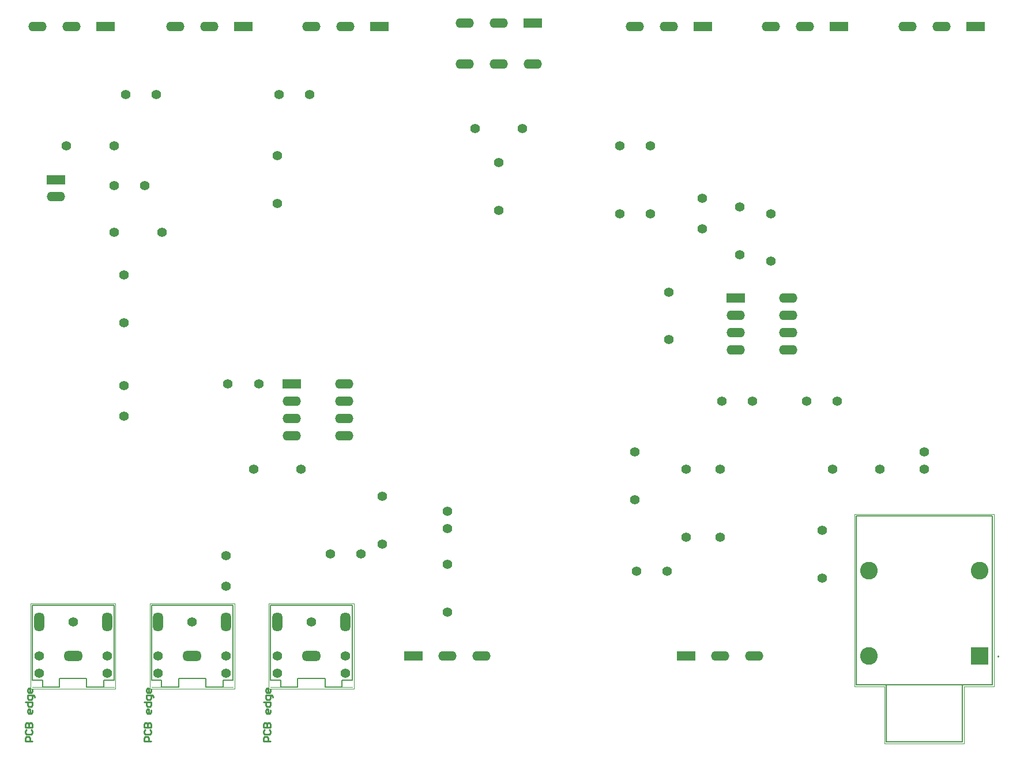
<source format=gts>
G04*
G04 #@! TF.GenerationSoftware,Altium Limited,Altium Designer,20.2.7 (254)*
G04*
G04 Layer_Color=8388736*
%FSLAX25Y25*%
%MOIN*%
G70*
G04*
G04 #@! TF.SameCoordinates,07DD798B-C11C-458A-AB0E-1EECFAB96A1D*
G04*
G04*
G04 #@! TF.FilePolarity,Negative*
G04*
G01*
G75*
%ADD10C,0.01000*%
%ADD11C,0.00787*%
%ADD12C,0.00500*%
%ADD13C,0.00000*%
%ADD14C,0.00197*%
%ADD15O,0.10642X0.05524*%
%ADD16R,0.10642X0.05524*%
%ADD17C,0.05524*%
%ADD18O,0.11099X0.05950*%
%ADD19O,0.05950X0.11099*%
%ADD20R,0.10249X0.10249*%
%ADD21C,0.10249*%
D10*
X261807Y68889D02*
X257807D01*
Y70888D01*
X258474Y71555D01*
X259807D01*
X260473Y70888D01*
Y68889D01*
X258474Y75554D02*
X257807Y74888D01*
Y73555D01*
X258474Y72888D01*
X261140D01*
X261807Y73555D01*
Y74888D01*
X261140Y75554D01*
X257807Y76888D02*
X261807D01*
Y78887D01*
X261140Y79554D01*
X260473D01*
X259807Y78887D01*
Y76888D01*
Y78887D01*
X259140Y79554D01*
X258474D01*
X257807Y78887D01*
Y76888D01*
X261807Y86886D02*
Y85553D01*
X261140Y84886D01*
X259807D01*
X259140Y85553D01*
Y86886D01*
X259807Y87553D01*
X260473D01*
Y84886D01*
X257807Y91552D02*
X261807D01*
Y89552D01*
X261140Y88886D01*
X259807D01*
X259140Y89552D01*
Y91552D01*
X263140Y94218D02*
Y94885D01*
X262473Y95552D01*
X259140D01*
Y93552D01*
X259807Y92885D01*
X261140D01*
X261807Y93552D01*
Y95552D01*
Y98884D02*
Y97551D01*
X261140Y96885D01*
X259807D01*
X259140Y97551D01*
Y98884D01*
X259807Y99551D01*
X260473D01*
Y96885D01*
X192909Y68889D02*
X188909D01*
Y70888D01*
X189576Y71555D01*
X190909D01*
X191576Y70888D01*
Y68889D01*
X189576Y75554D02*
X188909Y74888D01*
Y73555D01*
X189576Y72888D01*
X192242D01*
X192909Y73555D01*
Y74888D01*
X192242Y75554D01*
X188909Y76888D02*
X192909D01*
Y78887D01*
X192242Y79554D01*
X191576D01*
X190909Y78887D01*
Y76888D01*
Y78887D01*
X190243Y79554D01*
X189576D01*
X188909Y78887D01*
Y76888D01*
X192909Y86886D02*
Y85553D01*
X192242Y84886D01*
X190909D01*
X190243Y85553D01*
Y86886D01*
X190909Y87553D01*
X191576D01*
Y84886D01*
X188909Y91552D02*
X192909D01*
Y89552D01*
X192242Y88886D01*
X190909D01*
X190243Y89552D01*
Y91552D01*
X194242Y94218D02*
Y94885D01*
X193576Y95552D01*
X190243D01*
Y93552D01*
X190909Y92885D01*
X192242D01*
X192909Y93552D01*
Y95552D01*
Y98884D02*
Y97551D01*
X192242Y96885D01*
X190909D01*
X190243Y97551D01*
Y98884D01*
X190909Y99551D01*
X191576D01*
Y96885D01*
X124011Y68889D02*
X120012D01*
Y70888D01*
X120678Y71555D01*
X122012D01*
X122678Y70888D01*
Y68889D01*
X120678Y75554D02*
X120012Y74888D01*
Y73555D01*
X120678Y72888D01*
X123345D01*
X124011Y73555D01*
Y74888D01*
X123345Y75554D01*
X120012Y76888D02*
X124011D01*
Y78887D01*
X123345Y79554D01*
X122678D01*
X122012Y78887D01*
Y76888D01*
Y78887D01*
X121345Y79554D01*
X120678D01*
X120012Y78887D01*
Y76888D01*
X124011Y86886D02*
Y85553D01*
X123345Y84886D01*
X122012D01*
X121345Y85553D01*
Y86886D01*
X122012Y87553D01*
X122678D01*
Y84886D01*
X120012Y91552D02*
X124011D01*
Y89552D01*
X123345Y88886D01*
X122012D01*
X121345Y89552D01*
Y91552D01*
X125345Y94218D02*
Y94885D01*
X124678Y95552D01*
X121345D01*
Y93552D01*
X122012Y92885D01*
X123345D01*
X124011Y93552D01*
Y95552D01*
Y98884D02*
Y97551D01*
X123345Y96885D01*
X122012D01*
X121345Y97551D01*
Y98884D01*
X122012Y99551D01*
X122678D01*
Y96885D01*
D11*
X682992Y117953D02*
G03*
X682992Y117953I-394J0D01*
G01*
D12*
X261811Y104331D02*
Y147638D01*
X309055D01*
Y104331D02*
Y147638D01*
X261811Y104331D02*
X267717D01*
Y100394D02*
Y104331D01*
Y100394D02*
X277559D01*
Y105118D01*
X293307D01*
Y100394D02*
Y105118D01*
Y100394D02*
X303150D01*
Y104331D01*
X309055D01*
X192913D02*
Y147638D01*
X240158D01*
Y104331D02*
Y147638D01*
X192913Y104331D02*
X198819D01*
Y100394D02*
Y104331D01*
Y100394D02*
X208661D01*
Y105118D01*
X224410D01*
Y100394D02*
Y105118D01*
Y100394D02*
X234252D01*
Y104331D01*
X240158D01*
X679134Y101575D02*
Y199213D01*
X600394D02*
X679134D01*
X600394Y101575D02*
Y199213D01*
Y101575D02*
X617889D01*
Y68504D02*
Y101575D01*
Y68504D02*
X661639D01*
Y101575D01*
X679134D01*
X617889D02*
X661639D01*
X124016Y104331D02*
Y147638D01*
X171260D01*
Y104331D02*
Y147638D01*
X124016Y104331D02*
X129921D01*
Y100394D02*
Y104331D01*
Y100394D02*
X139764D01*
Y105118D01*
X155512D01*
Y100394D02*
Y105118D01*
Y100394D02*
X165354D01*
Y104331D01*
X171260D01*
D13*
X261811Y100394D02*
X277559D01*
Y105118D01*
X293307D01*
Y100394D02*
Y105118D01*
Y100394D02*
X309055D01*
X192913D02*
X208661D01*
Y105118D01*
X224410D01*
Y100394D02*
Y105118D01*
Y100394D02*
X240158D01*
X124016D02*
X139764D01*
Y105118D01*
X155512D01*
Y100394D02*
Y105118D01*
Y100394D02*
X171260D01*
D14*
X260827Y148622D02*
X310039D01*
Y99410D02*
Y148622D01*
X260827Y99410D02*
X310039D01*
X260827D02*
Y148622D01*
X191929D02*
X241142D01*
Y99410D02*
Y148622D01*
X191929Y99410D02*
X241142D01*
X191929D02*
Y148622D01*
X680118Y100591D02*
Y200197D01*
X599409D02*
X680118D01*
X599409Y100591D02*
Y200197D01*
Y100591D02*
X616904D01*
Y67520D02*
Y100591D01*
Y67520D02*
X662623D01*
Y100591D01*
X680118D01*
X123031Y148622D02*
X172244D01*
Y99410D02*
Y148622D01*
X123031Y99410D02*
X172244D01*
X123031D02*
Y148622D01*
D15*
X137795Y383858D02*
D03*
X649606Y482283D02*
D03*
X629921D02*
D03*
X570866D02*
D03*
X551181D02*
D03*
X492126D02*
D03*
X472441D02*
D03*
X393701Y484252D02*
D03*
X374016D02*
D03*
Y460630D02*
D03*
X393701D02*
D03*
X413386D02*
D03*
X305118Y482283D02*
D03*
X285433D02*
D03*
X226345D02*
D03*
X206660D02*
D03*
X146621D02*
D03*
X126936D02*
D03*
X364173Y118110D02*
D03*
X383858D02*
D03*
X521654D02*
D03*
X541339D02*
D03*
X530709Y315276D02*
D03*
Y305276D02*
D03*
Y295276D02*
D03*
X561024Y325276D02*
D03*
Y315276D02*
D03*
Y305276D02*
D03*
Y295276D02*
D03*
X273975Y265748D02*
D03*
Y255748D02*
D03*
Y245748D02*
D03*
X304290Y275748D02*
D03*
Y265748D02*
D03*
Y255748D02*
D03*
Y245748D02*
D03*
D16*
X137795Y393701D02*
D03*
X669291Y482283D02*
D03*
X590551D02*
D03*
X511811D02*
D03*
X413386Y484252D02*
D03*
X324803Y482283D02*
D03*
X246030D02*
D03*
X166306D02*
D03*
X344488Y118110D02*
D03*
X501968D02*
D03*
X530709Y325276D02*
D03*
X273975Y275748D02*
D03*
D17*
X364173Y201772D02*
D03*
Y191929D02*
D03*
X614173Y226378D02*
D03*
X586614D02*
D03*
X189119Y390222D02*
D03*
X171402D02*
D03*
X171372Y363248D02*
D03*
X198931D02*
D03*
X177165Y311024D02*
D03*
Y338583D02*
D03*
X265748Y108268D02*
D03*
Y118110D02*
D03*
X285433Y137795D02*
D03*
X305118Y108268D02*
D03*
Y118110D02*
D03*
X196850Y108268D02*
D03*
Y118110D02*
D03*
X216535Y137795D02*
D03*
X236221Y108268D02*
D03*
Y118110D02*
D03*
X364173Y171260D02*
D03*
Y143701D02*
D03*
X639764Y236221D02*
D03*
Y226378D02*
D03*
X580709Y163386D02*
D03*
Y190945D02*
D03*
X589567Y265748D02*
D03*
X571850D02*
D03*
X491142Y167323D02*
D03*
X473425D02*
D03*
X472441Y208661D02*
D03*
Y236221D02*
D03*
X540354Y265748D02*
D03*
X522638D02*
D03*
X521654Y226378D02*
D03*
Y187008D02*
D03*
X501968D02*
D03*
Y226378D02*
D03*
X492126Y328740D02*
D03*
Y301181D02*
D03*
X551181Y346457D02*
D03*
Y374016D02*
D03*
X532988Y350394D02*
D03*
Y377953D02*
D03*
X511574Y365158D02*
D03*
Y382874D02*
D03*
X236221Y158465D02*
D03*
Y176181D02*
D03*
X407480Y423228D02*
D03*
X379921D02*
D03*
X481299Y374016D02*
D03*
X463583D02*
D03*
X481299Y413386D02*
D03*
X463583D02*
D03*
X326532Y210630D02*
D03*
Y183071D02*
D03*
X393701Y403543D02*
D03*
Y375984D02*
D03*
X313976Y177165D02*
D03*
X296260D02*
D03*
X279528Y226378D02*
D03*
X251969D02*
D03*
X177165Y274606D02*
D03*
Y256890D02*
D03*
X237205Y275590D02*
D03*
X254921D02*
D03*
X143701Y413386D02*
D03*
X171260D02*
D03*
X265748Y407480D02*
D03*
Y379921D02*
D03*
X284449Y442913D02*
D03*
X266732D02*
D03*
X127953Y108268D02*
D03*
Y118110D02*
D03*
X147638Y137795D02*
D03*
X167323Y108268D02*
D03*
Y118110D02*
D03*
X195866Y442913D02*
D03*
X178150D02*
D03*
D18*
X285433Y118110D02*
D03*
X216535D02*
D03*
X147638D02*
D03*
D19*
X305118Y137795D02*
D03*
X265748D02*
D03*
X236221D02*
D03*
X196850D02*
D03*
X167323D02*
D03*
X127953D02*
D03*
D20*
X671850Y118110D02*
D03*
D21*
Y167717D02*
D03*
X607677Y118110D02*
D03*
Y167717D02*
D03*
M02*

</source>
